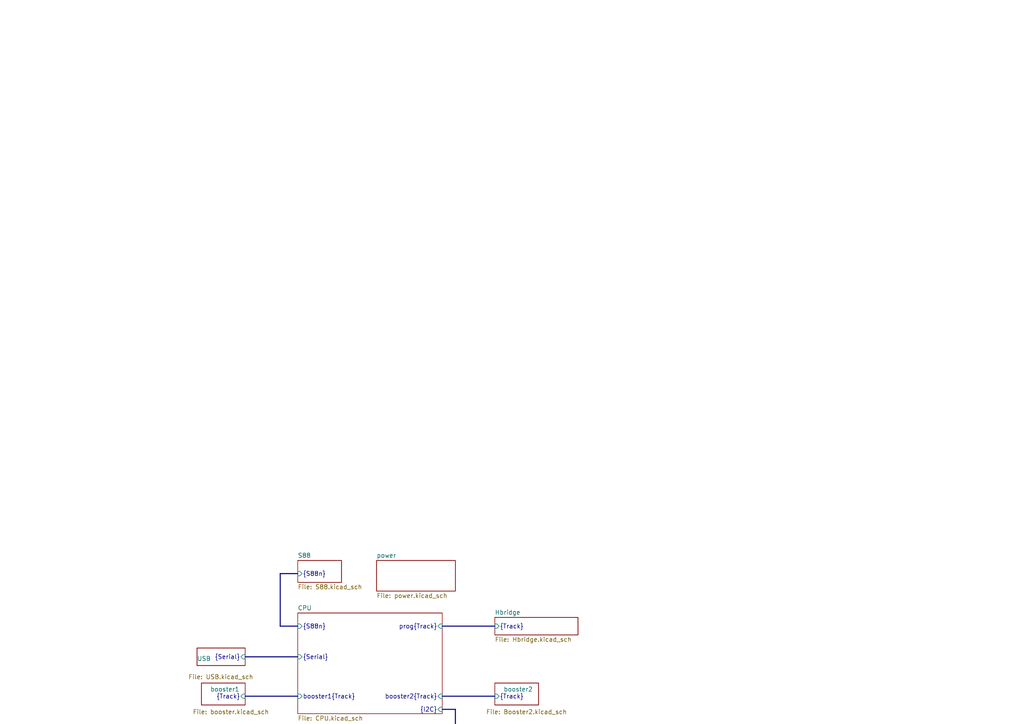
<source format=kicad_sch>
(kicad_sch (version 20230121) (generator eeschema)
  (paper "A4")
  (lib_symbols)
  (bus_alias "Serial" (members "Tx" "Rx" "RESET"))
  (bus (pts (xy 81.28 166.37) (xy 86.36 166.37)))
  (bus (pts (xy 128.27 201.93) (xy 143.51 201.93)))
  (bus (pts (xy 86.36 181.61) (xy 81.28 181.61)))
  (bus (pts (xy 71.12 190.5) (xy 86.36 190.5)))
  (bus (pts (xy 132.08 205.74) (xy 132.08 218.44)))
  (bus (pts (xy 132.08 218.44) (xy 128.27 218.44)))
  (bus (pts (xy 81.28 181.61) (xy 81.28 166.37)))
  (bus (pts (xy 128.27 205.74) (xy 132.08 205.74)))
  (bus (pts (xy 128.27 181.61) (xy 143.51 181.61)))
  (bus (pts (xy 71.12 201.93) (xy 86.36 201.93)))
  (sheet (at 57.15 187.96) (size 13.97 5.08) (stroke (width 0.1524))
    (property "Sheetname" "USB" (at 57.15 191.77 0) (effects (justify left bottom)))
    (property "Sheetfile" "USB.kicad_sch" (at 54.61 195.58 0) (effects (justify left top)))
    (pin "{Serial}" input (at 71.12 190.5 0))
  )
  (sheet (at 86.36 162.56) (size 12.7 6.35) (stroke (width 0.1524))
    (property "Sheetname" "S88" (at 86.36 161.8484 0) (effects (justify left bottom)))
    (property "Sheetfile" "S88.kicad_sch" (at 86.36 169.4946 0) (effects (justify left top)))
    (pin "{S88n}" input (at 86.36 166.37 180))
  )
  (sheet (at 115.57 215.9) (size 12.7 6.35) (stroke (width 0.1524))
    (property "Sheetname" "I2C" (at 115.57 215.1884 0) (effects (justify left bottom)))
    (property "Sheetfile" "I2C.kicad_sch" (at 115.57 222.8346 0) (effects (justify left top)))
    (pin "{I2C}" input (at 128.27 218.44 0))
  )
  (sheet (at 143.51 179.07) (size 24.13 5.08) (stroke (width 0.1524))
    (property "Sheetname" "Hbridge" (at 143.51 178.3584 0) (effects (justify left bottom)))
    (property "Sheetfile" "Hbridge.kicad_sch" (at 143.51 184.7346 0) (effects (justify left top)))
    (pin "{Track}" input (at 143.51 181.61 180))
  )
  (sheet (at 58.42 198.12) (size 12.7 6.35) (stroke (width 0.1524))
    (property "Sheetname" "booster1" (at 60.96 200.66 0) (effects (justify left bottom)))
    (property "Sheetfile" "booster.kicad_sch" (at 55.88 205.74 0) (effects (justify left top)))
    (pin "{Track}" input (at 71.12 201.93 0))
  )
  (sheet (at 143.51 198.12) (size 12.7 6.35) (stroke (width 0.1524))
    (property "Sheetname" "booster2" (at 146.05 200.66 0) (effects (justify left bottom)))
    (property "Sheetfile" "Booster2.kicad_sch" (at 140.97 205.74 0) (effects (justify left top)))
    (pin "{Track}" input (at 143.51 201.93 180))
  )
  (sheet (at 109.22 162.56) (size 22.86 8.89) (stroke (width 0.1524))
    (property "Sheetname" "power" (at 109.22 161.8484 0) (effects (justify left bottom)))
    (property "Sheetfile" "power.kicad_sch" (at 109.22 172.0346 0) (effects (justify left top)))
  )
  (sheet (at 86.36 177.8) (size 41.91 29.21) (stroke (width 0.1524))
    (property "Sheetname" "CPU" (at 86.36 177.0884 0) (effects (justify left bottom)))
    (property "Sheetfile" "CPU.kicad_sch" (at 86.36 207.5946 0) (effects (justify left top)))
    (pin "booster2{Track}" input (at 128.27 201.93 0))
    (pin "prog{Track}" input (at 128.27 181.61 0))
    (pin "booster1{Track}" input (at 86.36 201.93 180))
    (pin "{S88n}" input (at 86.36 181.61 180))
    (pin "{Serial}" input (at 86.36 190.5 180))
    (pin "{I2C}" input (at 128.27 205.74 0))
  )
)
</source>
